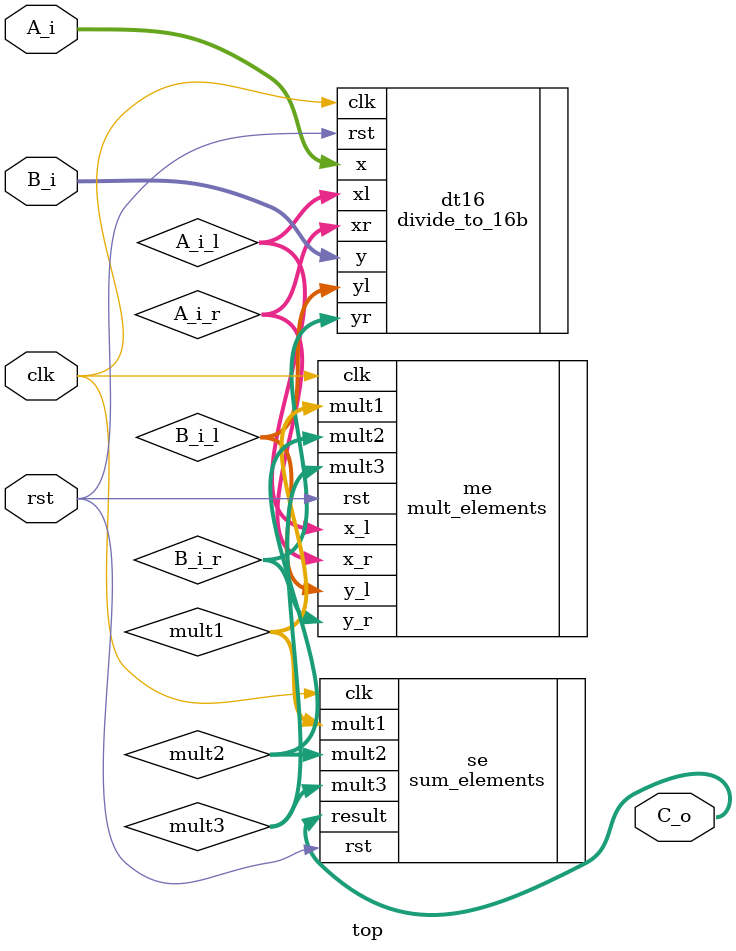
<source format=v>
`timescale 1ns / 1ps


module top(
            input[31:0] A_i,
            input[31:0] B_i,
            input clk,
            input rst,
            output[63:0] C_o
    );
    wire[31:0] A_i_l, A_i_r,B_i_l,B_i_r;
    wire[63:0] mult1,mult2,mult3;
            divide_to_16b dt16(
                    .clk(clk),
                    .rst(rst),
                    .x(A_i),
                    .y(B_i),
                    .xl(A_i_l),
                    .xr(A_i_r),
                    .yl(B_i_l),
                    .yr(B_i_r)
            );
            mult_elements me(
                    .x_l(A_i_l),
                    .x_r(A_i_r),
                    .y_l(B_i_l),
                    .y_r(B_i_r),
                    .clk(clk),
                    .rst(rst),
                    .mult1(mult1),
                    .mult2(mult2),
                    .mult3(mult3)
            );
            sum_elements se(
                    .mult1(mult1),
                    .mult2(mult2),
                    .mult3(mult3),
                    .clk(clk),
                    .rst(rst),
                    .result(C_o)
            );    
    
    
endmodule

</source>
